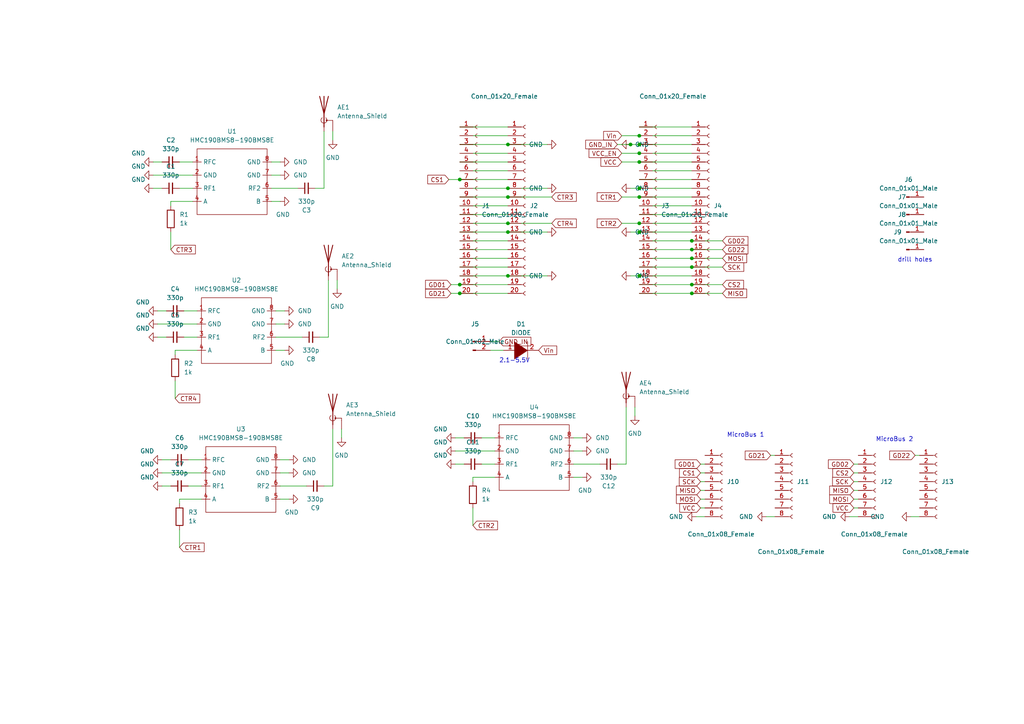
<source format=kicad_sch>
(kicad_sch (version 20211123) (generator eeschema)
  (paper "A4")
  (title_block (title "Backscatter Tag (RPI Pico & Maker Pi)"))
  (lib_symbols
    (symbol "Connector:Conn_01x01_Male" (pin_names (offset 1.016) hide)
      (property "Reference" "J" (at 0 2.54 0))
      (property "Value" "Conn_01x01_Male" (at 0 -2.54 0))
      (symbol "Conn_01x01_Male_1_1"
        (polyline (pts (xy 1.27 0) (xy 0.8636 0)) (stroke (width 0.1524)))
        (rectangle (start 0.8636 0.127) (end 0 -0.127) (stroke (width 0.1524)) (fill (type outline)))
        (pin passive line (at 5.08 0 180) (length 3.81) (name "Pin_1") (number "1"))
      )
    )
    (symbol "Connector:Conn_01x02_Male" (pin_names (offset 1.016) hide)
      (property "Reference" "J" (at 0 2.54 0))
      (property "Value" "Conn_01x02_Male" (at 0 -5.08 0))
      (symbol "Conn_01x02_Male_1_1"
        (polyline (pts (xy 1.27 -2.54) (xy 0.8636 -2.54)) (stroke (width 0.1524)))
        (polyline (pts (xy 1.27 0) (xy 0.8636 0)) (stroke (width 0.1524)))
        (rectangle (start 0.8636 -2.413) (end 0 -2.667) (stroke (width 0.1524)) (fill (type outline)))
        (rectangle (start 0.8636 0.127) (end 0 -0.127) (stroke (width 0.1524)) (fill (type outline)))
        (pin passive line (at 5.08 0 180) (length 3.81) (name "Pin_1") (number "1"))
        (pin passive line (at 5.08 -2.54 180) (length 3.81) (name "Pin_2") (number "2"))
      )
    )
    (symbol "Connector:Conn_01x08_Female" (pin_names (offset 1.016) hide)
      (property "Reference" "J" (at 0 10.16 0))
      (property "Value" "Conn_01x08_Female" (at 0 -12.7 0))
      (symbol "Conn_01x08_Female_1_1"
        (arc (start 0 -9.652) (mid -0.508 -10.16) (end 0 -10.668) (stroke (width 0.1524)))
        (arc (start 0 -7.112) (mid -0.508 -7.62) (end 0 -8.128) (stroke (width 0.1524)))
        (arc (start 0 -4.572) (mid -0.508 -5.08) (end 0 -5.588) (stroke (width 0.1524)))
        (arc (start 0 -2.032) (mid -0.508 -2.54) (end 0 -3.048) (stroke (width 0.1524)))
        (polyline (pts (xy -1.27 -10.16) (xy -0.508 -10.16)) (stroke (width 0.1524)))
        (polyline (pts (xy -1.27 -7.62) (xy -0.508 -7.62)) (stroke (width 0.1524)))
        (polyline (pts (xy -1.27 -5.08) (xy -0.508 -5.08)) (stroke (width 0.1524)))
        (polyline (pts (xy -1.27 -2.54) (xy -0.508 -2.54)) (stroke (width 0.1524)))
        (polyline (pts (xy -1.27 0) (xy -0.508 0)) (stroke (width 0.1524)))
        (polyline (pts (xy -1.27 2.54) (xy -0.508 2.54)) (stroke (width 0.1524)))
        (polyline (pts (xy -1.27 5.08) (xy -0.508 5.08)) (stroke (width 0.1524)))
        (polyline (pts (xy -1.27 7.62) (xy -0.508 7.62)) (stroke (width 0.1524)))
        (arc (start 0 0.508) (mid -0.508 0) (end 0 -0.508) (stroke (width 0.1524)))
        (arc (start 0 3.048) (mid -0.508 2.54) (end 0 2.032) (stroke (width 0.1524)))
        (arc (start 0 5.588) (mid -0.508 5.08) (end 0 4.572) (stroke (width 0.1524)))
        (arc (start 0 8.128) (mid -0.508 7.62) (end 0 7.112) (stroke (width 0.1524)))
        (pin passive line (at -5.08 7.62 0) (length 3.81) (name "Pin_1") (number "1"))
        (pin passive line (at -5.08 5.08 0) (length 3.81) (name "Pin_2") (number "2"))
        (pin passive line (at -5.08 2.54 0) (length 3.81) (name "Pin_3") (number "3"))
        (pin passive line (at -5.08 0 0) (length 3.81) (name "Pin_4") (number "4"))
        (pin passive line (at -5.08 -2.54 0) (length 3.81) (name "Pin_5") (number "5"))
        (pin passive line (at -5.08 -5.08 0) (length 3.81) (name "Pin_6") (number "6"))
        (pin passive line (at -5.08 -7.62 0) (length 3.81) (name "Pin_7") (number "7"))
        (pin passive line (at -5.08 -10.16 0) (length 3.81) (name "Pin_8") (number "8"))
      )
    )
    (symbol "Connector:Conn_01x20_Female" (pin_names (offset 1.016) hide)
      (property "Reference" "J" (at 0 25.4 0))
      (property "Value" "Conn_01x20_Female" (at 0 -27.94 0))
      (symbol "Conn_01x20_Female_1_1"
        (arc (start 0 -24.892) (mid -0.508 -25.4) (end 0 -25.908) (stroke (width 0.1524)))
        (arc (start 0 -22.352) (mid -0.508 -22.86) (end 0 -23.368) (stroke (width 0.1524)))
        (arc (start 0 -19.812) (mid -0.508 -20.32) (end 0 -20.828) (stroke (width 0.1524)))
        (arc (start 0 -17.272) (mid -0.508 -17.78) (end 0 -18.288) (stroke (width 0.1524)))
        (arc (start 0 -14.732) (mid -0.508 -15.24) (end 0 -15.748) (stroke (width 0.1524)))
        (arc (start 0 -12.192) (mid -0.508 -12.7) (end 0 -13.208) (stroke (width 0.1524)))
        (arc (start 0 -9.652) (mid -0.508 -10.16) (end 0 -10.668) (stroke (width 0.1524)))
        (arc (start 0 -7.112) (mid -0.508 -7.62) (end 0 -8.128) (stroke (width 0.1524)))
        (arc (start 0 -4.572) (mid -0.508 -5.08) (end 0 -5.588) (stroke (width 0.1524)))
        (arc (start 0 -2.032) (mid -0.508 -2.54) (end 0 -3.048) (stroke (width 0.1524)))
        (polyline (pts (xy -1.27 -25.4) (xy -0.508 -25.4)) (stroke (width 0.1524)))
        (polyline (pts (xy -1.27 -22.86) (xy -0.508 -22.86)) (stroke (width 0.1524)))
        (polyline (pts (xy -1.27 -20.32) (xy -0.508 -20.32)) (stroke (width 0.1524)))
        (polyline (pts (xy -1.27 -17.78) (xy -0.508 -17.78)) (stroke (width 0.1524)))
        (polyline (pts (xy -1.27 -15.24) (xy -0.508 -15.24)) (stroke (width 0.1524)))
        (polyline (pts (xy -1.27 -12.7) (xy -0.508 -12.7)) (stroke (width 0.1524)))
        (polyline (pts (xy -1.27 -10.16) (xy -0.508 -10.16)) (stroke (width 0.1524)))
        (polyline (pts (xy -1.27 -7.62) (xy -0.508 -7.62)) (stroke (width 0.1524)))
        (polyline (pts (xy -1.27 -5.08) (xy -0.508 -5.08)) (stroke (width 0.1524)))
        (polyline (pts (xy -1.27 -2.54) (xy -0.508 -2.54)) (stroke (width 0.1524)))
        (polyline (pts (xy -1.27 0) (xy -0.508 0)) (stroke (width 0.1524)))
        (polyline (pts (xy -1.27 2.54) (xy -0.508 2.54)) (stroke (width 0.1524)))
        (polyline (pts (xy -1.27 5.08) (xy -0.508 5.08)) (stroke (width 0.1524)))
        (polyline (pts (xy -1.27 7.62) (xy -0.508 7.62)) (stroke (width 0.1524)))
        (polyline (pts (xy -1.27 10.16) (xy -0.508 10.16)) (stroke (width 0.1524)))
        (polyline (pts (xy -1.27 12.7) (xy -0.508 12.7)) (stroke (width 0.1524)))
        (polyline (pts (xy -1.27 15.24) (xy -0.508 15.24)) (stroke (width 0.1524)))
        (polyline (pts (xy -1.27 17.78) (xy -0.508 17.78)) (stroke (width 0.1524)))
        (polyline (pts (xy -1.27 20.32) (xy -0.508 20.32)) (stroke (width 0.1524)))
        (polyline (pts (xy -1.27 22.86) (xy -0.508 22.86)) (stroke (width 0.1524)))
        (arc (start 0 0.508) (mid -0.508 0) (end 0 -0.508) (stroke (width 0.1524)))
        (arc (start 0 3.048) (mid -0.508 2.54) (end 0 2.032) (stroke (width 0.1524)))
        (arc (start 0 5.588) (mid -0.508 5.08) (end 0 4.572) (stroke (width 0.1524)))
        (arc (start 0 8.128) (mid -0.508 7.62) (end 0 7.112) (stroke (width 0.1524)))
        (arc (start 0 10.668) (mid -0.508 10.16) (end 0 9.652) (stroke (width 0.1524)))
        (arc (start 0 13.208) (mid -0.508 12.7) (end 0 12.192) (stroke (width 0.1524)))
        (arc (start 0 15.748) (mid -0.508 15.24) (end 0 14.732) (stroke (width 0.1524)))
        (arc (start 0 18.288) (mid -0.508 17.78) (end 0 17.272) (stroke (width 0.1524)))
        (arc (start 0 20.828) (mid -0.508 20.32) (end 0 19.812) (stroke (width 0.1524)))
        (arc (start 0 23.368) (mid -0.508 22.86) (end 0 22.352) (stroke (width 0.1524)))
        (pin passive line (at -5.08 22.86 0) (length 3.81) (name "Pin_1") (number "1"))
        (pin passive line (at -5.08 0 0) (length 3.81) (name "Pin_10") (number "10"))
        (pin passive line (at -5.08 -2.54 0) (length 3.81) (name "Pin_11") (number "11"))
        (pin passive line (at -5.08 -5.08 0) (length 3.81) (name "Pin_12") (number "12"))
        (pin passive line (at -5.08 -7.62 0) (length 3.81) (name "Pin_13") (number "13"))
        (pin passive line (at -5.08 -10.16 0) (length 3.81) (name "Pin_14") (number "14"))
        (pin passive line (at -5.08 -12.7 0) (length 3.81) (name "Pin_15") (number "15"))
        (pin passive line (at -5.08 -15.24 0) (length 3.81) (name "Pin_16") (number "16"))
        (pin passive line (at -5.08 -17.78 0) (length 3.81) (name "Pin_17") (number "17"))
        (pin passive line (at -5.08 -20.32 0) (length 3.81) (name "Pin_18") (number "18"))
        (pin passive line (at -5.08 -22.86 0) (length 3.81) (name "Pin_19") (number "19"))
        (pin passive line (at -5.08 20.32 0) (length 3.81) (name "Pin_2") (number "2"))
        (pin passive line (at -5.08 -25.4 0) (length 3.81) (name "Pin_20") (number "20"))
        (pin passive line (at -5.08 17.78 0) (length 3.81) (name "Pin_3") (number "3"))
        (pin passive line (at -5.08 15.24 0) (length 3.81) (name "Pin_4") (number "4"))
        (pin passive line (at -5.08 12.7 0) (length 3.81) (name "Pin_5") (number "5"))
        (pin passive line (at -5.08 10.16 0) (length 3.81) (name "Pin_6") (number "6"))
        (pin passive line (at -5.08 7.62 0) (length 3.81) (name "Pin_7") (number "7"))
        (pin passive line (at -5.08 5.08 0) (length 3.81) (name "Pin_8") (number "8"))
        (pin passive line (at -5.08 2.54 0) (length 3.81) (name "Pin_9") (number "9"))
      )
    )
    (symbol "Device:Antenna_Shield" (pin_numbers hide) (pin_names (offset 1.016) hide)
      (property "Reference" "AE" (at -1.905 4.445 0))
      (property "Value" "Antenna_Shield" (at -1.905 2.54 0))
      (symbol "Antenna_Shield_0_1"
        (arc (start -0.508 -1.143) (mid -0.8429 -2.1194) (end 0 -2.667))
        (arc (start 0 -2.667) (mid 0.7989 -2.1052) (end 0.508 -1.143))
        (polyline (pts (xy 0 -2.54) (xy 0 0)))
        (polyline (pts (xy 0 5.08) (xy 0 -3.81)) (stroke (width 0.254)))
        (polyline (pts (xy 0.762 -1.905) (xy 2.54 -1.905)))
        (polyline (pts (xy 2.54 -2.54) (xy 2.54 -1.905)))
        (polyline (pts (xy 1.27 5.08) (xy 0 0) (xy -1.27 5.08)) (stroke (width 0.254)))
        (circle (center 0.762 -1.905) (radius 0.1778) (fill (type outline)))
      )
      (symbol "Antenna_Shield_1_1"
        (pin input line (at 0 -5.08 90) (length 2.54) (name "A") (number "1"))
        (pin input line (at 2.54 -5.08 90) (length 2.54) (name "Shield") (number "2"))
      )
    )
    (symbol "Device:C_Small" (pin_numbers hide) (pin_names (offset 0.254) hide)
      (property "Reference" "C" (at 0.254 1.778 0))
      (property "Value" "C_Small" (at 0.254 -2.032 0))
      (symbol "C_Small_0_1"
        (polyline (pts (xy -1.524 -0.508) (xy 1.524 -0.508)) (stroke (width 0.3302)))
        (polyline (pts (xy -1.524 0.508) (xy 1.524 0.508)) (stroke (width 0.3048)))
      )
      (symbol "C_Small_1_1"
        (pin passive line (at 0 2.54 270) (length 2.032) (name "~") (number "1"))
        (pin passive line (at 0 -2.54 90) (length 2.032) (name "~") (number "2"))
      )
    )
    (symbol "Device:R" (pin_numbers hide) (pin_names (offset 0))
      (property "Reference" "R" (at 2.032 0 90))
      (property "Value" "R" (at 0 0 90))
      (symbol "R_0_1"
        (rectangle (start -1.016 -2.54) (end 1.016 2.54) (stroke (width 0.254)))
      )
      (symbol "R_1_1"
        (pin passive line (at 0 3.81 270) (length 1.27) (name "~") (number "1"))
        (pin passive line (at 0 -3.81 90) (length 1.27) (name "~") (number "2"))
      )
    )
    (symbol "backscatter-parts:HMC190BMS8-190BMS8E"
      (property "Reference" "U" (at 0 -8.89 0))
      (property "Value" "HMC190BMS8-190BMS8E" (at 0 11.43 0))
      (symbol "HMC190BMS8-190BMS8E_0_1"
        (rectangle (start -10.16 8.89) (end 10.16 -10.16))
      )
      (symbol "HMC190BMS8-190BMS8E_1_1"
        (pin bidirectional line (at -11.43 5.08 0) (length 2.54) (name "RFC") (number "1"))
        (pin output line (at -11.43 1.27 0) (length 2.54) (name "GND") (number "2"))
        (pin bidirectional line (at -11.43 -2.54 0) (length 2.54) (name "RF1") (number "3"))
        (pin input line (at -11.43 -6.35 0) (length 2.54) (name "A") (number "4"))
        (pin input line (at 11.43 -6.35 180) (length 2.54) (name "B") (number "5"))
        (pin bidirectional line (at 11.43 -2.54 180) (length 2.54) (name "RF2") (number "6"))
        (pin output line (at 11.43 1.27 180) (length 2.54) (name "GND") (number "7"))
        (pin output line (at 11.43 5.08 180) (length 2.54) (name "GND") (number "8"))
      )
    )
    (symbol "power:GND" (power) (pin_names (offset 0))
      (property "Value" "GND" (at 0 -3.81 0))
      (symbol "GND_0_1"
        (polyline (pts (xy 0 0) (xy 0 -1.27) (xy 1.27 -1.27) (xy 0 -2.54) (xy -1.27 -1.27) (xy 0 -1.27)))
      )
      (symbol "GND_1_1"
        (pin power_in line (at 0 0 270) (length 0) hide (name "GND") (number "1"))
      )
    )
    (symbol "pspice:DIODE" (pin_names (offset 1.016) hide)
      (property "Reference" "D" (at 0 3.81 0))
      (property "Value" "DIODE" (at 0 -4.445 0))
      (symbol "DIODE_0_1"
        (polyline (pts (xy 1.905 2.54) (xy 1.905 -2.54)))
        (polyline (pts (xy -1.905 2.54) (xy -1.905 -2.54) (xy 1.905 0)) (fill (type outline)))
      )
      (symbol "DIODE_1_1"
        (pin input line (at -5.08 0 0) (length 3.81) (name "K") (number "1"))
        (pin input line (at 5.08 0 180) (length 3.81) (name "A") (number "2"))
      )
    )
  )
  (junction (at 185.42 64.77))
  (junction (at 133.35 82.55))
  (junction (at 147.32 57.15))
  (junction (at 182.88 41.91))
  (junction (at 185.42 54.61))
  (junction (at 185.42 57.15))
  (junction (at 185.42 44.45))
  (junction (at 185.42 41.91))
  (junction (at 200.66 82.55))
  (junction (at 200.66 72.39))
  (junction (at 185.42 39.37))
  (junction (at 147.32 80.01))
  (junction (at 147.32 41.91))
  (junction (at 133.35 52.07))
  (junction (at 185.42 80.01))
  (junction (at 147.32 67.31))
  (junction (at 147.32 54.61))
  (junction (at 147.32 64.77))
  (junction (at 200.66 77.47))
  (junction (at 200.66 69.85))
  (junction (at 185.42 46.99))
  (junction (at 200.66 74.93))
  (junction (at 200.66 85.09))
  (junction (at 133.35 85.09))
  (junction (at 185.42 67.31))
  (wire (pts (xy 53.34 97.79) (xy 57.15 97.79)))
  (wire (pts (xy 95.25 81.28) (xy 95.25 97.79)))
  (wire (pts (xy 133.35 52.07) (xy 147.32 52.07)))
  (wire (pts (xy 200.66 69.85) (xy 209.55 69.85)))
  (wire (pts (xy 52.07 153.67) (xy 52.07 158.75)))
  (wire (pts (xy 182.88 67.31) (xy 185.42 67.31)))
  (wire (pts (xy 99.06 124.46) (xy 99.06 127)))
  (wire (pts (xy 185.42 46.99) (xy 200.66 46.99)))
  (wire (pts (xy 203.2 139.7) (xy 204.47 139.7)))
  (wire (pts (xy 133.35 59.69) (xy 147.32 59.69)))
  (wire (pts (xy 139.7 134.62) (xy 143.51 134.62)))
  (wire (pts (xy 52.07 46.99) (xy 55.88 46.99)))
  (wire (pts (xy 200.66 85.09) (xy 209.55 85.09)))
  (wire (pts (xy 133.35 57.15) (xy 147.32 57.15)))
  (wire (pts (xy 203.2 142.24) (xy 204.47 142.24)))
  (wire (pts (xy 133.35 72.39) (xy 147.32 72.39)))
  (wire (pts (xy 81.28 137.16) (xy 83.82 137.16)))
  (wire (pts (xy 166.37 127) (xy 168.91 127)))
  (wire (pts (xy 185.42 41.91) (xy 200.66 41.91)))
  (wire (pts (xy 142.24 99.06) (xy 144.78 99.06)))
  (wire (pts (xy 181.61 118.11) (xy 181.61 134.62)))
  (wire (pts (xy 132.08 130.81) (xy 143.51 130.81)))
  (wire (pts (xy 185.42 64.77) (xy 200.66 64.77)))
  (wire (pts (xy 181.61 134.62) (xy 179.07 134.62)))
  (wire (pts (xy 52.07 144.78) (xy 52.07 146.05)))
  (wire (pts (xy 44.45 46.99) (xy 46.99 46.99)))
  (wire (pts (xy 97.79 81.28) (xy 97.79 83.82)))
  (wire (pts (xy 223.52 132.08) (xy 224.79 132.08)))
  (wire (pts (xy 78.74 54.61) (xy 86.36 54.61)))
  (wire (pts (xy 166.37 138.43) (xy 168.91 138.43)))
  (wire (pts (xy 49.53 58.42) (xy 55.88 58.42)))
  (wire (pts (xy 137.16 138.43) (xy 143.51 138.43)))
  (wire (pts (xy 132.08 134.62) (xy 134.62 134.62)))
  (wire (pts (xy 133.35 49.53) (xy 147.32 49.53)))
  (wire (pts (xy 147.32 57.15) (xy 160.02 57.15)))
  (wire (pts (xy 147.32 41.91) (xy 158.75 41.91)))
  (wire (pts (xy 133.35 67.31) (xy 147.32 67.31)))
  (wire (pts (xy 133.35 62.23) (xy 147.32 62.23)))
  (wire (pts (xy 247.65 144.78) (xy 248.92 144.78)))
  (wire (pts (xy 50.8 101.6) (xy 57.15 101.6)))
  (wire (pts (xy 203.2 137.16) (xy 204.47 137.16)))
  (wire (pts (xy 133.35 39.37) (xy 147.32 39.37)))
  (wire (pts (xy 185.42 44.45) (xy 200.66 44.45)))
  (wire (pts (xy 182.88 80.01) (xy 185.42 80.01)))
  (wire (pts (xy 180.34 64.77) (xy 185.42 64.77)))
  (wire (pts (xy 200.66 77.47) (xy 209.55 77.47)))
  (wire (pts (xy 50.8 101.6) (xy 50.8 102.87)))
  (wire (pts (xy 137.16 147.32) (xy 137.16 152.4)))
  (wire (pts (xy 185.42 36.83) (xy 200.66 36.83)))
  (wire (pts (xy 265.43 132.08) (xy 266.7 132.08)))
  (wire (pts (xy 182.88 54.61) (xy 185.42 54.61)))
  (wire (pts (xy 185.42 74.93) (xy 200.66 74.93)))
  (wire (pts (xy 133.35 36.83) (xy 147.32 36.83)))
  (wire (pts (xy 185.42 39.37) (xy 200.66 39.37)))
  (wire (pts (xy 147.32 67.31) (xy 158.75 67.31)))
  (wire (pts (xy 133.35 64.77) (xy 147.32 64.77)))
  (wire (pts (xy 246.38 149.86) (xy 248.92 149.86)))
  (wire (pts (xy 200.66 74.93) (xy 209.55 74.93)))
  (wire (pts (xy 182.88 41.91) (xy 185.42 41.91)))
  (wire (pts (xy 80.01 93.98) (xy 82.55 93.98)))
  (wire (pts (xy 130.175 52.07) (xy 133.35 52.07)))
  (wire (pts (xy 96.52 140.97) (xy 93.98 140.97)))
  (wire (pts (xy 133.35 46.99) (xy 147.32 46.99)))
  (wire (pts (xy 200.66 72.39) (xy 209.55 72.39)))
  (wire (pts (xy 222.25 149.86) (xy 224.79 149.86)))
  (wire (pts (xy 133.35 69.85) (xy 147.32 69.85)))
  (wire (pts (xy 185.42 82.55) (xy 200.66 82.55)))
  (wire (pts (xy 81.28 140.97) (xy 88.9 140.97)))
  (wire (pts (xy 185.42 67.31) (xy 200.66 67.31)))
  (wire (pts (xy 180.34 39.37) (xy 185.42 39.37)))
  (wire (pts (xy 46.99 133.35) (xy 49.53 133.35)))
  (wire (pts (xy 46.99 137.16) (xy 58.42 137.16)))
  (wire (pts (xy 81.28 133.35) (xy 83.82 133.35)))
  (wire (pts (xy 93.98 54.61) (xy 91.44 54.61)))
  (wire (pts (xy 54.61 133.35) (xy 58.42 133.35)))
  (wire (pts (xy 96.52 38.1) (xy 96.52 40.64)))
  (wire (pts (xy 81.28 144.78) (xy 83.82 144.78)))
  (wire (pts (xy 53.34 90.17) (xy 57.15 90.17)))
  (wire (pts (xy 133.35 41.91) (xy 147.32 41.91)))
  (wire (pts (xy 203.2 147.32) (xy 204.47 147.32)))
  (wire (pts (xy 54.61 140.97) (xy 58.42 140.97)))
  (wire (pts (xy 247.65 139.7) (xy 248.92 139.7)))
  (wire (pts (xy 166.37 130.81) (xy 168.91 130.81)))
  (wire (pts (xy 203.2 134.62) (xy 204.47 134.62)))
  (wire (pts (xy 132.08 127) (xy 134.62 127)))
  (wire (pts (xy 46.99 140.97) (xy 49.53 140.97)))
  (wire (pts (xy 180.34 46.99) (xy 185.42 46.99)))
  (wire (pts (xy 184.15 118.11) (xy 184.15 120.65)))
  (wire (pts (xy 133.35 74.93) (xy 147.32 74.93)))
  (wire (pts (xy 45.72 90.17) (xy 48.26 90.17)))
  (wire (pts (xy 49.53 58.42) (xy 49.53 59.69)))
  (wire (pts (xy 180.34 44.45) (xy 185.42 44.45)))
  (wire (pts (xy 78.74 58.42) (xy 81.28 58.42)))
  (wire (pts (xy 44.45 50.8) (xy 55.88 50.8)))
  (wire (pts (xy 133.35 82.55) (xy 147.32 82.55)))
  (wire (pts (xy 185.42 57.15) (xy 200.66 57.15)))
  (wire (pts (xy 133.35 77.47) (xy 147.32 77.47)))
  (wire (pts (xy 49.53 67.31) (xy 49.53 72.39)))
  (wire (pts (xy 180.34 57.15) (xy 185.42 57.15)))
  (wire (pts (xy 133.35 85.09) (xy 147.32 85.09)))
  (wire (pts (xy 185.42 59.69) (xy 200.66 59.69)))
  (wire (pts (xy 179.07 41.91) (xy 182.88 41.91)))
  (wire (pts (xy 247.65 142.24) (xy 248.92 142.24)))
  (wire (pts (xy 133.35 80.01) (xy 147.32 80.01)))
  (wire (pts (xy 203.2 144.78) (xy 204.47 144.78)))
  (wire (pts (xy 185.42 85.09) (xy 200.66 85.09)))
  (wire (pts (xy 201.93 149.86) (xy 204.47 149.86)))
  (wire (pts (xy 52.07 144.78) (xy 58.42 144.78)))
  (wire (pts (xy 147.32 54.61) (xy 158.75 54.61)))
  (wire (pts (xy 52.07 54.61) (xy 55.88 54.61)))
  (wire (pts (xy 130.81 85.09) (xy 133.35 85.09)))
  (wire (pts (xy 247.65 137.16) (xy 248.92 137.16)))
  (wire (pts (xy 139.7 127) (xy 143.51 127)))
  (wire (pts (xy 133.35 54.61) (xy 147.32 54.61)))
  (wire (pts (xy 185.42 77.47) (xy 200.66 77.47)))
  (wire (pts (xy 142.24 101.6) (xy 146.05 101.6)))
  (wire (pts (xy 200.66 82.55) (xy 209.55 82.55)))
  (wire (pts (xy 247.65 134.62) (xy 248.92 134.62)))
  (wire (pts (xy 133.35 44.45) (xy 147.32 44.45)))
  (wire (pts (xy 80.01 97.79) (xy 87.63 97.79)))
  (wire (pts (xy 96.52 124.46) (xy 96.52 140.97)))
  (wire (pts (xy 44.45 54.61) (xy 46.99 54.61)))
  (wire (pts (xy 45.72 97.79) (xy 48.26 97.79)))
  (wire (pts (xy 185.42 69.85) (xy 200.66 69.85)))
  (wire (pts (xy 93.98 38.1) (xy 93.98 54.61)))
  (wire (pts (xy 80.01 90.17) (xy 82.55 90.17)))
  (wire (pts (xy 147.32 64.77) (xy 160.02 64.77)))
  (wire (pts (xy 166.37 134.62) (xy 173.99 134.62)))
  (wire (pts (xy 185.42 80.01) (xy 200.66 80.01)))
  (wire (pts (xy 50.8 110.49) (xy 50.8 115.57)))
  (wire (pts (xy 185.42 72.39) (xy 200.66 72.39)))
  (wire (pts (xy 247.65 147.32) (xy 248.92 147.32)))
  (wire (pts (xy 78.74 46.99) (xy 81.28 46.99)))
  (wire (pts (xy 130.81 82.55) (xy 133.35 82.55)))
  (wire (pts (xy 185.42 54.61) (xy 200.66 54.61)))
  (wire (pts (xy 185.42 62.23) (xy 200.66 62.23)))
  (wire (pts (xy 264.16 149.86) (xy 266.7 149.86)))
  (wire (pts (xy 95.25 97.79) (xy 92.71 97.79)))
  (wire (pts (xy 80.01 101.6) (xy 82.55 101.6)))
  (wire (pts (xy 78.74 50.8) (xy 81.28 50.8)))
  (wire (pts (xy 45.72 93.98) (xy 57.15 93.98)))
  (wire (pts (xy 147.32 80.01) (xy 158.75 80.01)))
  (wire (pts (xy 137.16 138.43) (xy 137.16 139.7)))
  (wire (pts (xy 185.42 49.53) (xy 200.66 49.53)))
  (wire (pts (xy 185.42 52.07) (xy 200.66 52.07)))
  (text "MicroBus 1\n" (at 210.82 127 0) (effects (font (size 1.27 1.27)) (justify left bottom)))
  (text "drill holes\n" (at 260.35 76.2 0) (effects (font (size 1.27 1.27)) (justify left bottom)))
  (text "2.1-5.5V\n" (at 144.78 105.41 0) (effects (font (size 1.27 1.27)) (justify left bottom)))
  (text "MicroBus 2" (at 254 128.27 0) (effects (font (size 1.27 1.27)) (justify left bottom)))
  (global_label "CTR4" (shape input) (at 160.02 64.77 0) (property "Intersheet References" "${INTERSHEET_REFS}" (effects hide)))
  (global_label "CTR3" (shape input) (at 160.02 57.15 0) (property "Intersheet References" "${INTERSHEET_REFS}" (effects hide)))
  (global_label "GND_IN" (shape input) (at 179.07 41.91 180) (property "Intersheet References" "${INTERSHEET_REFS}" (effects hide)))
  (global_label "Vin" (shape input) (at 180.34 39.37 180) (property "Intersheet References" "${INTERSHEET_REFS}" (effects hide)))
  (global_label "VCC" (shape input) (at 247.65 147.32 180) (property "Intersheet References" "${INTERSHEET_REFS}" (effects hide)))
  (global_label "SCK" (shape input) (at 203.2 139.7 180) (property "Intersheet References" "${INTERSHEET_REFS}" (effects hide)))
  (global_label "MISO" (shape input) (at 247.65 142.24 180) (property "Intersheet References" "${INTERSHEET_REFS}" (effects hide)))
  (global_label "GD01" (shape input) (at 203.2 134.62 180) (property "Intersheet References" "${INTERSHEET_REFS}" (effects hide)))
  (global_label "GD01" (shape input) (at 130.81 82.55 180) (property "Intersheet References" "${INTERSHEET_REFS}" (effects hide)))
  (global_label "CTR1" (shape input) (at 52.07 158.75 0) (property "Intersheet References" "${INTERSHEET_REFS}" (effects hide)))
  (global_label "CS1" (shape input) (at 203.2 137.16 180) (property "Intersheet References" "${INTERSHEET_REFS}" (effects hide)))
  (global_label "MISO" (shape input) (at 203.2 142.24 180) (property "Intersheet References" "${INTERSHEET_REFS}" (effects hide)))
  (global_label "GD02" (shape input) (at 209.55 69.85 0) (property "Intersheet References" "${INTERSHEET_REFS}" (effects hide)))
  (global_label "CTR2" (shape input) (at 137.16 152.4 0) (property "Intersheet References" "${INTERSHEET_REFS}" (effects hide)))
  (global_label "CTR1" (shape input) (at 180.34 57.15 180) (property "Intersheet References" "${INTERSHEET_REFS}" (effects hide)))
  (global_label "CS2" (shape input) (at 209.55 82.55 0) (property "Intersheet References" "${INTERSHEET_REFS}" (effects hide)))
  (global_label "GND_IN" (shape input) (at 144.78 99.06 0) (property "Intersheet References" "${INTERSHEET_REFS}" (effects hide)))
  (global_label "SCK" (shape input) (at 209.55 77.47 0) (property "Intersheet References" "${INTERSHEET_REFS}" (effects hide)))
  (global_label "CTR3" (shape input) (at 49.53 72.39 0) (property "Intersheet References" "${INTERSHEET_REFS}" (effects hide)))
  (global_label "CS1" (shape input) (at 130.175 52.07 180) (property "Intersheet References" "${INTERSHEET_REFS}" (effects hide)))
  (global_label "MISO" (shape input) (at 209.55 85.09 0) (property "Intersheet References" "${INTERSHEET_REFS}" (effects hide)))
  (global_label "Vin" (shape input) (at 156.21 101.6 0) (property "Intersheet References" "${INTERSHEET_REFS}" (effects hide)))
  (global_label "GD21" (shape input) (at 223.52 132.08 180) (property "Intersheet References" "${INTERSHEET_REFS}" (effects hide)))
  (global_label "VCC_EN" (shape input) (at 180.34 44.45 180) (property "Intersheet References" "${INTERSHEET_REFS}" (effects hide)))
  (global_label "MOSI" (shape input) (at 247.65 144.78 180) (property "Intersheet References" "${INTERSHEET_REFS}" (effects hide)))
  (global_label "GD22" (shape input) (at 265.43 132.08 180) (property "Intersheet References" "${INTERSHEET_REFS}" (effects hide)))
  (global_label "CTR4" (shape input) (at 50.8 115.57 0) (property "Intersheet References" "${INTERSHEET_REFS}" (effects hide)))
  (global_label "GD22" (shape input) (at 209.55 72.39 0) (property "Intersheet References" "${INTERSHEET_REFS}" (effects hide)))
  (global_label "CS2" (shape input) (at 247.65 137.16 180) (property "Intersheet References" "${INTERSHEET_REFS}" (effects hide)))
  (global_label "MOSI" (shape input) (at 209.55 74.93 0) (property "Intersheet References" "${INTERSHEET_REFS}" (effects hide)))
  (global_label "GD21" (shape input) (at 130.81 85.09 180) (property "Intersheet References" "${INTERSHEET_REFS}" (effects hide)))
  (global_label "SCK" (shape input) (at 247.65 139.7 180) (property "Intersheet References" "${INTERSHEET_REFS}" (effects hide)))
  (global_label "CTR2" (shape input) (at 180.34 64.77 180) (property "Intersheet References" "${INTERSHEET_REFS}" (effects hide)))
  (global_label "VCC" (shape input) (at 180.34 46.99 180) (property "Intersheet References" "${INTERSHEET_REFS}" (effects hide)))
  (global_label "GD02" (shape input) (at 247.65 134.62 180) (property "Intersheet References" "${INTERSHEET_REFS}" (effects hide)))
  (global_label "MOSI" (shape input) (at 203.2 144.78 180) (property "Intersheet References" "${INTERSHEET_REFS}" (effects hide)))
  (global_label "VCC" (shape input) (at 203.2 147.32 180) (property "Intersheet References" "${INTERSHEET_REFS}" (effects hide)))
  (symbol (lib_id "power:GND") (at 158.75 41.91 90) (mirror x) (unit 1)
    (property "Reference" "#PWR0104" (effects hide))
    (property "Value" "GND" (at 157.48 41.9099 90) (effects (justify left)))
  )
  (symbol (lib_id "Connector:Conn_01x20_Female") (at 152.4 59.69 0) (unit 1)
    (property "Reference" "J2" (at 153.67 59.6899 0) (effects (justify left)))
    (property "Value" "Conn_01x20_Female" (at 136.525 27.94 0) (effects (justify left)))
    (property "Footprint" "Connector_PinSocket_2.54mm:PinSocket_1x20_P2.54mm_Vertical_SMD_Pin1Left" (effects hide))
  )
  (symbol (lib_id "Connector:Conn_01x01_Male") (at 262.89 67.31 0) (unit 1)
    (property "Reference" "J8" (at 261.62 62.23 0))
    (property "Value" "Conn_01x01_Male" (at 263.525 64.77 0))
    (property "Footprint" "backscatter:mounting-whole" (effects hide))
  )
  (symbol (lib_id "power:GND") (at 82.55 90.17 90) (unit 1)
    (property "Reference" "#PWR0121" (effects hide))
    (property "Value" "GND" (at 86.36 90.1699 90) (effects (justify right)))
  )
  (symbol (lib_id "power:GND") (at 83.82 137.16 90) (unit 1)
    (property "Reference" "#PWR0125" (effects hide))
    (property "Value" "GND" (at 87.63 137.1599 90) (effects (justify right)))
  )
  (symbol (lib_id "power:GND") (at 81.28 58.42 90) (unit 1)
    (property "Reference" "#PWR0128" (effects hide))
    (property "Value" "GND" (at 80.01 62.23 90) (effects (justify right)))
  )
  (symbol (lib_id "Connector:Conn_01x08_Female") (at 229.87 139.7 0) (unit 1)
    (property "Reference" "J11" (at 231.14 139.6999 0) (effects (justify left)))
    (property "Value" "Conn_01x08_Female" (at 219.71 160.02 0) (effects (justify left)))
    (property "Footprint" "Connector_PinSocket_2.54mm:PinSocket_1x08_P2.54mm_Vertical" (effects hide))
  )
  (symbol (lib_id "power:GND") (at 158.75 67.31 90) (mirror x) (unit 1)
    (property "Reference" "#PWR0101" (effects hide))
    (property "Value" "GND" (at 157.48 67.3099 90) (effects (justify left)))
  )
  (symbol (lib_id "power:GND") (at 168.91 130.81 90) (unit 1)
    (property "Reference" "#PWR0136" (effects hide))
    (property "Value" "GND" (at 172.72 130.8099 90) (effects (justify right)))
  )
  (symbol (lib_id "Device:Antenna_Shield") (at 96.52 119.38 0) (unit 1)
    (property "Reference" "AE3" (at 100.33 117.4749 0) (effects (justify left)))
    (property "Value" "Antenna_Shield" (at 100.33 120.0149 0) (effects (justify left)))
    (property "Footprint" "backscatter:SMA-60312002114503" (effects hide))
    (property "Datasheet" "60312002114503" (effects hide))
  )
  (symbol (lib_id "power:GND") (at 45.72 97.79 270) (unit 1)
    (property "Reference" "#PWR0110" (effects hide))
    (property "Value" "GND" (at 39.37 95.25 90) (effects (justify left)))
  )
  (symbol (lib_id "power:GND") (at 44.45 46.99 270) (unit 1)
    (property "Reference" "#PWR0126" (effects hide))
    (property "Value" "GND" (at 38.1 44.45 90) (effects (justify left)))
  )
  (symbol (lib_id "power:GND") (at 46.99 140.97 270) (unit 1)
    (property "Reference" "#PWR0119" (effects hide))
    (property "Value" "GND" (at 40.64 138.43 90) (effects (justify left)))
  )
  (symbol (lib_id "Device:C_Small") (at 91.44 140.97 90) (unit 1)
    (property "Reference" "C9" (at 91.44 147.32 90))
    (property "Value" "330p" (at 91.44 144.78 90))
    (property "Footprint" "Capacitor_SMD:C_0402_1005Metric" (effects hide))
    (property "Datasheet" "HH15N331F160CT" (effects hide))
  )
  (symbol (lib_id "power:GND") (at 168.91 127 90) (unit 1)
    (property "Reference" "#PWR0135" (effects hide))
    (property "Value" "GND" (at 172.72 126.9999 90) (effects (justify right)))
  )
  (symbol (lib_id "Connector:Conn_01x20_Female") (at 190.5 59.69 0) (unit 1)
    (property "Reference" "J3" (at 191.77 59.6899 0) (effects (justify left)))
    (property "Value" "Conn_01x20_Female" (at 191.77 62.2299 0) (effects (justify left)))
    (property "Footprint" "Connector_PinSocket_2.54mm:PinSocket_1x20_P2.54mm_Vertical_SMD_Pin1Left" (effects hide))
  )
  (symbol (lib_id "Device:C_Small") (at 50.8 97.79 90) (unit 1)
    (property "Reference" "C5" (at 50.8063 91.44 90))
    (property "Value" "330p" (at 50.8063 93.98 90))
    (property "Footprint" "Capacitor_SMD:C_0402_1005Metric" (effects hide))
    (property "Datasheet" "HH15N331F160CT" (effects hide))
  )
  (symbol (lib_id "power:GND") (at 184.15 120.65 0) (unit 1)
    (property "Reference" "#PWR0105" (effects hide))
    (property "Value" "GND" (at 184.15 125.73 0))
  )
  (symbol (lib_id "Connector:Conn_01x01_Male") (at 262.89 57.15 0) (unit 1)
    (property "Reference" "J6" (at 263.525 52.07 0))
    (property "Value" "Conn_01x01_Male" (at 263.525 54.61 0))
    (property "Footprint" "backscatter:mounting-whole" (effects hide))
  )
  (symbol (lib_id "Device:C_Small") (at 88.9 54.61 90) (unit 1)
    (property "Reference" "C3" (at 88.9 60.96 90))
    (property "Value" "330p" (at 88.9 58.42 90))
    (property "Footprint" "Capacitor_SMD:C_0402_1005Metric" (effects hide))
    (property "Datasheet" "HH15N331F160CT" (effects hide))
  )
  (symbol (lib_id "power:GND") (at 182.88 80.01 270) (unit 1)
    (property "Reference" "#PWR0118" (effects hide))
    (property "Value" "GND" (at 184.15 80.0099 90) (effects (justify left)))
  )
  (symbol (lib_id "power:GND") (at 46.99 133.35 270) (unit 1)
    (property "Reference" "#PWR0113" (effects hide))
    (property "Value" "GND" (at 40.64 130.81 90) (effects (justify left)))
  )
  (symbol (lib_id "Device:Antenna_Shield") (at 95.25 76.2 0) (unit 1)
    (property "Reference" "AE2" (at 99.06 74.2949 0) (effects (justify left)))
    (property "Value" "Antenna_Shield" (at 99.06 76.8349 0) (effects (justify left)))
    (property "Footprint" "backscatter:SMA-60312002114503" (effects hide))
    (property "Datasheet" "60312002114503" (effects hide))
  )
  (symbol (lib_id "Device:C_Small") (at 52.07 140.97 90) (unit 1)
    (property "Reference" "C7" (at 52.0763 134.62 90))
    (property "Value" "330p" (at 52.0763 137.16 90))
    (property "Footprint" "Capacitor_SMD:C_0402_1005Metric" (effects hide))
    (property "Datasheet" "HH15N331F160CT" (effects hide))
  )
  (symbol (lib_id "power:GND") (at 99.06 127 0) (unit 1)
    (property "Reference" "#PWR0129" (effects hide))
    (property "Value" "GND" (at 99.06 132.08 0))
  )
  (symbol (lib_id "backscatter-parts:HMC190BMS8-190BMS8E") (at 154.94 132.08 0) (unit 1)
    (property "Reference" "U4" (at 154.94 118.11 0))
    (property "Value" "HMC190BMS8-190BMS8E" (at 154.94 120.65 0))
    (property "Footprint" "backscatter:MSOP8" (effects hide))
  )
  (symbol (lib_id "power:GND") (at 264.16 149.86 270) (unit 1)
    (property "Reference" "#PWR0137" (effects hide))
    (property "Value" "GND" (at 256.54 149.8599 90) (effects (justify right)))
  )
  (symbol (lib_id "Connector:Conn_01x20_Female") (at 138.43 59.69 0) (unit 1)
    (property "Reference" "J1" (at 139.7 59.6899 0) (effects (justify left)))
    (property "Value" "Conn_01x20_Female" (at 139.7 62.2299 0) (effects (justify left)))
    (property "Footprint" "Connector_PinSocket_2.54mm:PinSocket_1x20_P2.54mm_Vertical_SMD_Pin1Left" (effects hide))
  )
  (symbol (lib_id "Connector:Conn_01x08_Female") (at 254 139.7 0) (unit 1)
    (property "Reference" "J12" (at 255.27 139.6999 0) (effects (justify left)))
    (property "Value" "Conn_01x08_Female" (at 243.84 154.94 0) (effects (justify left)))
    (property "Footprint" "Connector_PinSocket_2.54mm:PinSocket_1x08_P2.54mm_Vertical" (effects hide))
  )
  (symbol (lib_id "power:GND") (at 97.79 83.82 0) (unit 1)
    (property "Reference" "#PWR0122" (effects hide))
    (property "Value" "GND" (at 97.79 88.9 0))
  )
  (symbol (lib_id "Device:C_Small") (at 49.53 46.99 90) (unit 1)
    (property "Reference" "C2" (at 49.5363 40.64 90))
    (property "Value" "330p" (at 49.5363 43.18 90))
    (property "Footprint" "Capacitor_SMD:C_0402_1005Metric" (effects hide))
    (property "Datasheet" "HH15N331F160CT" (effects hide))
  )
  (symbol (lib_id "power:GND") (at 44.45 54.61 270) (unit 1)
    (property "Reference" "#PWR0127" (effects hide))
    (property "Value" "GND" (at 38.1 52.07 90) (effects (justify left)))
  )
  (symbol (lib_id "power:GND") (at 168.91 138.43 90) (unit 1)
    (property "Reference" "#PWR0134" (effects hide))
    (property "Value" "GND" (at 167.64 142.24 90) (effects (justify right)))
  )
  (symbol (lib_id "Device:Antenna_Shield") (at 181.61 113.03 0) (unit 1)
    (property "Reference" "AE4" (at 185.42 111.1249 0) (effects (justify left)))
    (property "Value" "Antenna_Shield" (at 185.42 113.6649 0) (effects (justify left)))
    (property "Footprint" "backscatter:SMA-60312002114503" (effects hide))
    (property "Datasheet" "60312002114503" (effects hide))
  )
  (symbol (lib_id "Device:R") (at 49.53 63.5 180) (unit 1)
    (property "Reference" "R1" (at 52.07 62.2299 0) (effects (justify right)))
    (property "Value" "1k" (at 52.07 64.7699 0) (effects (justify right)))
    (property "Footprint" "Resistor_SMD:R_0402_1005Metric" (effects hide))
  )
  (symbol (lib_id "Device:R") (at 50.8 106.68 180) (unit 1)
    (property "Reference" "R2" (at 53.34 105.4099 0) (effects (justify right)))
    (property "Value" "1k" (at 53.34 107.9499 0) (effects (justify right)))
    (property "Footprint" "Resistor_SMD:R_0402_1005Metric" (effects hide))
  )
  (symbol (lib_id "power:GND") (at 82.55 93.98 90) (unit 1)
    (property "Reference" "#PWR0120" (effects hide))
    (property "Value" "GND" (at 86.36 93.9799 90) (effects (justify right)))
  )
  (symbol (lib_id "power:GND") (at 83.82 133.35 90) (unit 1)
    (property "Reference" "#PWR0124" (effects hide))
    (property "Value" "GND" (at 87.63 133.3499 90) (effects (justify right)))
  )
  (symbol (lib_id "power:GND") (at 182.88 67.31 270) (unit 1)
    (property "Reference" "#PWR0117" (effects hide))
    (property "Value" "GND" (at 184.15 67.3099 90) (effects (justify left)))
  )
  (symbol (lib_id "power:GND") (at 132.08 134.62 270) (unit 1)
    (property "Reference" "#PWR0131" (effects hide))
    (property "Value" "GND" (at 125.73 132.08 90) (effects (justify left)))
  )
  (symbol (lib_id "power:GND") (at 182.88 54.61 270) (unit 1)
    (property "Reference" "#PWR0116" (effects hide))
    (property "Value" "GND" (at 184.15 54.6099 90) (effects (justify left)))
  )
  (symbol (lib_id "Device:C_Small") (at 176.53 134.62 90) (unit 1)
    (property "Reference" "C12" (at 176.53 140.97 90))
    (property "Value" "330p" (at 176.53 138.43 90))
    (property "Footprint" "Capacitor_SMD:C_0402_1005Metric" (effects hide))
    (property "Datasheet" "HH15N331F160CT" (effects hide))
  )
  (symbol (lib_id "Connector:Conn_01x02_Male") (at 137.16 99.06 0) (unit 1)
    (property "Reference" "J5" (at 137.795 93.98 0))
    (property "Value" "Conn_01x02_Male" (at 137.795 99.06 0))
    (property "Footprint" "Connector_PinHeader_2.54mm:PinHeader_1x02_P2.54mm_Vertical" (effects hide))
  )
  (symbol (lib_id "power:GND") (at 81.28 46.99 90) (unit 1)
    (property "Reference" "#PWR0111" (effects hide))
    (property "Value" "GND" (at 85.09 46.9899 90) (effects (justify right)))
  )
  (symbol (lib_id "power:GND") (at 44.45 50.8 270) (unit 1)
    (property "Reference" "#PWR0108" (effects hide))
    (property "Value" "GND" (at 38.1 48.26 90) (effects (justify left)))
  )
  (symbol (lib_id "power:GND") (at 83.82 144.78 90) (unit 1)
    (property "Reference" "#PWR0130" (effects hide))
    (property "Value" "GND" (at 82.55 148.59 90) (effects (justify right)))
  )
  (symbol (lib_id "power:GND") (at 246.38 149.86 270) (unit 1)
    (property "Reference" "#PWR0138" (effects hide))
    (property "Value" "GND" (at 242.57 149.8599 90) (effects (justify right)))
  )
  (symbol (lib_id "power:GND") (at 182.88 41.91 270) (unit 1)
    (property "Reference" "#PWR0115" (effects hide))
    (property "Value" "GND" (at 184.15 41.9099 90) (effects (justify left)))
  )
  (symbol (lib_id "power:GND") (at 222.25 149.86 270) (unit 1)
    (property "Reference" "#PWR0139" (effects hide))
    (property "Value" "GND" (at 218.44 149.8599 90) (effects (justify right)))
  )
  (symbol (lib_id "Connector:Conn_01x20_Female") (at 205.74 59.69 0) (unit 1)
    (property "Reference" "J4" (at 207.01 59.6899 0) (effects (justify left)))
    (property "Value" "Conn_01x20_Female" (at 185.42 27.94 0) (effects (justify left)))
    (property "Footprint" "Connector_PinSocket_2.54mm:PinSocket_1x20_P2.54mm_Vertical_SMD_Pin1Left" (effects hide))
  )
  (symbol (lib_id "power:GND") (at 82.55 101.6 90) (unit 1)
    (property "Reference" "#PWR0123" (effects hide))
    (property "Value" "GND" (at 81.28 105.41 90) (effects (justify right)))
  )
  (symbol (lib_id "power:GND") (at 81.28 50.8 90) (unit 1)
    (property "Reference" "#PWR0112" (effects hide))
    (property "Value" "GND" (at 85.09 50.7999 90) (effects (justify right)))
  )
  (symbol (lib_id "power:GND") (at 46.99 137.16 270) (unit 1)
    (property "Reference" "#PWR0114" (effects hide))
    (property "Value" "GND" (at 40.64 134.62 90) (effects (justify left)))
  )
  (symbol (lib_id "Device:R") (at 52.07 149.86 180) (unit 1)
    (property "Reference" "R3" (at 54.61 148.5899 0) (effects (justify right)))
    (property "Value" "1k" (at 54.61 151.1299 0) (effects (justify right)))
    (property "Footprint" "Resistor_SMD:R_0402_1005Metric" (effects hide))
  )
  (symbol (lib_id "backscatter-parts:HMC190BMS8-190BMS8E") (at 69.85 138.43 0) (unit 1)
    (property "Reference" "U3" (at 69.85 124.46 0))
    (property "Value" "HMC190BMS8-190BMS8E" (at 69.85 127 0))
    (property "Footprint" "backscatter:MSOP8" (effects hide))
  )
  (symbol (lib_id "Device:R") (at 137.16 143.51 180) (unit 1)
    (property "Reference" "R4" (at 139.7 142.2399 0) (effects (justify right)))
    (property "Value" "1k" (at 139.7 144.7799 0) (effects (justify right)))
    (property "Footprint" "Resistor_SMD:R_0402_1005Metric" (effects hide))
  )
  (symbol (lib_id "power:GND") (at 158.75 80.01 90) (mirror x) (unit 1)
    (property "Reference" "#PWR0102" (effects hide))
    (property "Value" "GND" (at 157.48 80.0099 90) (effects (justify left)))
  )
  (symbol (lib_id "Device:C_Small") (at 52.07 133.35 90) (unit 1)
    (property "Reference" "C6" (at 52.0763 127 90))
    (property "Value" "330p" (at 52.0763 129.54 90))
    (property "Footprint" "Capacitor_SMD:C_0402_1005Metric" (effects hide))
    (property "Datasheet" "HH15N331F160CT" (effects hide))
  )
  (symbol (lib_id "power:GND") (at 96.52 40.64 0) (unit 1)
    (property "Reference" "#PWR0109" (effects hide))
    (property "Value" "GND" (at 96.52 45.72 0))
  )
  (symbol (lib_id "Device:C_Small") (at 137.16 127 90) (unit 1)
    (property "Reference" "C10" (at 137.1663 120.65 90))
    (property "Value" "330p" (at 137.1663 123.19 90))
    (property "Footprint" "Capacitor_SMD:C_0402_1005Metric" (effects hide))
    (property "Datasheet" "HH15N331F160CT" (effects hide))
  )
  (symbol (lib_id "Device:C_Small") (at 50.8 90.17 90) (unit 1)
    (property "Reference" "C4" (at 50.8063 83.82 90))
    (property "Value" "330p" (at 50.8063 86.36 90))
    (property "Footprint" "Capacitor_SMD:C_0402_1005Metric" (effects hide))
    (property "Datasheet" "HH15N331F160CT" (effects hide))
  )
  (symbol (lib_id "Connector:Conn_01x08_Female") (at 271.78 139.7 0) (unit 1)
    (property "Reference" "J13" (at 273.05 139.6999 0) (effects (justify left)))
    (property "Value" "Conn_01x08_Female" (at 261.62 160.02 0) (effects (justify left)))
    (property "Footprint" "Connector_PinSocket_2.54mm:PinSocket_1x08_P2.54mm_Vertical" (effects hide))
  )
  (symbol (lib_id "power:GND") (at 45.72 93.98 270) (unit 1)
    (property "Reference" "#PWR0107" (effects hide))
    (property "Value" "GND" (at 39.37 91.44 90) (effects (justify left)))
  )
  (symbol (lib_id "Device:C_Small") (at 49.53 54.61 90) (unit 1)
    (property "Reference" "C1" (at 49.5363 48.26 90))
    (property "Value" "330p" (at 49.5363 50.8 90))
    (property "Footprint" "Capacitor_SMD:C_0402_1005Metric" (effects hide))
    (property "Datasheet" "HH15N331F160CT" (effects hide))
  )
  (symbol (lib_id "Device:C_Small") (at 90.17 97.79 90) (unit 1)
    (property "Reference" "C8" (at 90.17 104.14 90))
    (property "Value" "330p" (at 90.17 101.6 90))
    (property "Footprint" "Capacitor_SMD:C_0402_1005Metric" (effects hide))
    (property "Datasheet" "HH15N331F160CT" (effects hide))
  )
  (symbol (lib_id "Connector:Conn_01x01_Male") (at 262.89 72.39 0) (unit 1)
    (property "Reference" "J9" (at 260.35 67.31 0))
    (property "Value" "Conn_01x01_Male" (at 263.525 69.85 0))
    (property "Footprint" "backscatter:mounting-whole" (effects hide))
  )
  (symbol (lib_id "power:GND") (at 201.93 149.86 270) (unit 1)
    (property "Reference" "#PWR0140" (effects hide))
    (property "Value" "GND" (at 198.12 149.8599 90) (effects (justify right)))
  )
  (symbol (lib_id "backscatter-parts:HMC190BMS8-190BMS8E") (at 67.31 52.07 0) (unit 1)
    (property "Reference" "U1" (at 67.31 38.1 0))
    (property "Value" "HMC190BMS8-190BMS8E" (at 67.31 40.64 0))
    (property "Footprint" "backscatter:MSOP8" (effects hide))
  )
  (symbol (lib_id "Connector:Conn_01x08_Female") (at 209.55 139.7 0) (unit 1)
    (property "Reference" "J10" (at 210.82 139.6999 0) (effects (justify left)))
    (property "Value" "Conn_01x08_Female" (at 199.39 154.94 0) (effects (justify left)))
    (property "Footprint" "Connector_PinSocket_2.54mm:PinSocket_1x08_P2.54mm_Vertical" (effects hide))
  )
  (symbol (lib_id "Device:Antenna_Shield") (at 93.98 33.02 0) (unit 1)
    (property "Reference" "AE1" (at 97.79 31.1149 0) (effects (justify left)))
    (property "Value" "Antenna_Shield" (at 97.79 33.6549 0) (effects (justify left)))
    (property "Footprint" "backscatter:SMA-60312002114503" (effects hide))
    (property "Datasheet" "60312002114503" (effects hide))
  )
  (symbol (lib_id "Device:C_Small") (at 137.16 134.62 90) (unit 1)
    (property "Reference" "C11" (at 137.1663 128.27 90))
    (property "Value" "330p" (at 137.1663 130.81 90))
    (property "Footprint" "Capacitor_SMD:C_0402_1005Metric" (effects hide))
    (property "Datasheet" "HH15N331F160CT" (effects hide))
  )
  (symbol (lib_id "pspice:DIODE") (at 151.13 101.6 0) (unit 1)
    (property "Reference" "D1" (at 151.13 93.98 0))
    (property "Value" "DIODE" (at 151.13 96.52 0))
    (property "Footprint" "backscatter:SOD-123FL-2" (effects hide))
    (property "Datasheet" "MBR120VLSFT1G" (effects hide))
  )
  (symbol (lib_id "backscatter-parts:HMC190BMS8-190BMS8E") (at 68.58 95.25 0) (unit 1)
    (property "Reference" "U2" (at 68.58 81.28 0))
    (property "Value" "HMC190BMS8-190BMS8E" (at 68.58 83.82 0))
    (property "Footprint" "backscatter:MSOP8" (effects hide))
  )
  (symbol (lib_id "power:GND") (at 45.72 90.17 270) (unit 1)
    (property "Reference" "#PWR0106" (effects hide))
    (property "Value" "GND" (at 39.37 87.63 90) (effects (justify left)))
  )
  (symbol (lib_id "power:GND") (at 132.08 127 270) (unit 1)
    (property "Reference" "#PWR0132" (effects hide))
    (property "Value" "GND" (at 125.73 124.46 90) (effects (justify left)))
  )
  (symbol (lib_id "power:GND") (at 132.08 130.81 270) (unit 1)
    (property "Reference" "#PWR0133" (effects hide))
    (property "Value" "GND" (at 125.73 128.27 90) (effects (justify left)))
  )
  (symbol (lib_id "Connector:Conn_01x01_Male") (at 262.89 62.23 0) (unit 1)
    (property "Reference" "J7" (at 261.62 57.15 0))
    (property "Value" "Conn_01x01_Male" (at 263.525 59.69 0))
    (property "Footprint" "backscatter:mounting-whole" (effects hide))
  )
  (symbol (lib_id "power:GND") (at 158.75 54.61 90) (mirror x) (unit 1)
    (property "Reference" "#PWR0103" (effects hide))
    (property "Value" "GND" (at 157.48 54.6099 90) (effects (justify left)))
  )
)
</source>
